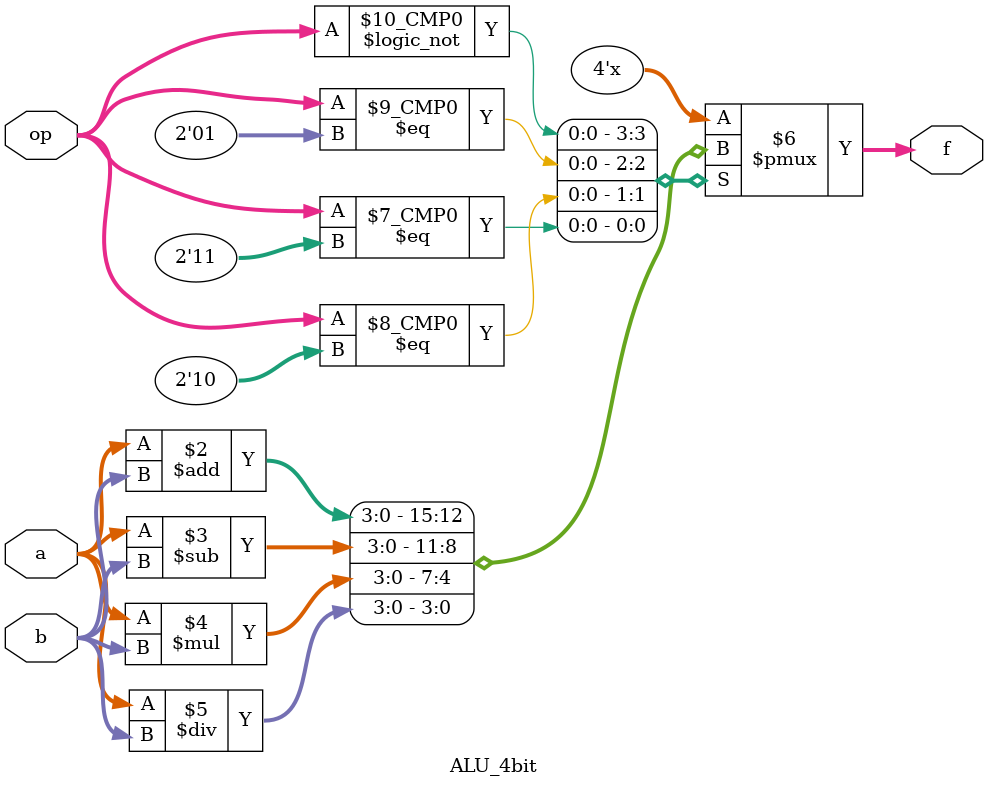
<source format=v>
module ALU_4bit (a,b,op,f);
input [3:0] a, b;
input [1:0] op;
output reg [3:0] f;
parameter ADD = 2'b00, SUB = 2'b01, MUL = 2'b10, DIV = 2'b11;

always @ (*)
    case (op)
    ADD : f = a + b;
    SUB : f = a - b;
    MUL : f = a * b;
    DIV : f = a / b;
    endcase
    
endmodule
</source>
